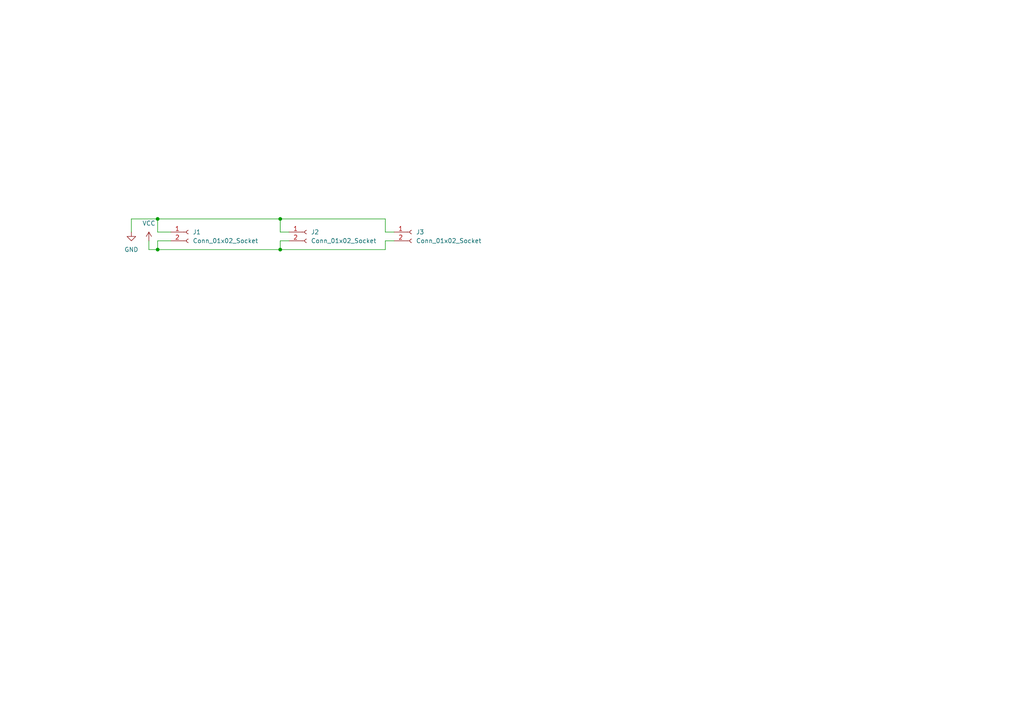
<source format=kicad_sch>
(kicad_sch (version 20231120) (generator "eeschema") (generator_version "8.0")
  (paper "A4")
  (lib_symbols
    (symbol "Connector:Conn_01x02_Socket" (pin_names (offset 1.016) hide)
      (property "Reference" "J" (at 0 2.54 0))
      (property "Value" "Conn_01x02_Socket" (at 0 -5.08 0))
      (symbol "Conn_01x02_Socket_1_1"
        (arc (start 0 -2.032) (mid -0.5058 -2.54) (end 0 -3.048) (stroke (width 0.1524)))
        (polyline (pts (xy -1.27 -2.54) (xy -0.508 -2.54)) (stroke (width 0.1524)))
        (polyline (pts (xy -1.27 0) (xy -0.508 0)) (stroke (width 0.1524)))
        (arc (start 0 0.508) (mid -0.5058 0) (end 0 -0.508) (stroke (width 0.1524)))
        (pin passive line (at -5.08 0 0) (length 3.81) (name "Pin_1") (number "1"))
        (pin passive line (at -5.08 -2.54 0) (length 3.81) (name "Pin_2") (number "2"))
      )
    )
    (symbol "power:GND" (power) (pin_numbers hide) (pin_names (offset 0) hide)
      (property "Value" "GND" (at 0 -3.81 0))
      (symbol "GND_0_1"
        (polyline (pts (xy 0 0) (xy 0 -1.27) (xy 1.27 -1.27) (xy 0 -2.54) (xy -1.27 -1.27) (xy 0 -1.27)))
      )
      (symbol "GND_1_1"
        (pin power_in line (at 0 0 270) (length 0) (name "~") (number "1"))
      )
    )
    (symbol "power:VCC" (power) (pin_numbers hide) (pin_names (offset 0) hide)
      (property "Value" "VCC" (at 0 3.556 0))
      (symbol "VCC_0_1"
        (polyline (pts (xy -0.762 1.27) (xy 0 2.54)))
        (polyline (pts (xy 0 0) (xy 0 2.54)))
        (polyline (pts (xy 0 2.54) (xy 0.762 1.27)))
      )
      (symbol "VCC_1_1"
        (pin power_in line (at 0 0 90) (length 0) (name "~") (number "1"))
      )
    )
  )
  (junction (at 81.28 72.39))
  (junction (at 45.72 63.5))
  (junction (at 81.28 63.5))
  (junction (at 45.72 72.39))
  (wire (pts (xy 38.1 63.5) (xy 38.1 67.31)))
  (wire (pts (xy 111.76 67.31) (xy 111.76 63.5)))
  (wire (pts (xy 81.28 69.85) (xy 83.82 69.85)))
  (wire (pts (xy 111.76 63.5) (xy 81.28 63.5)))
  (wire (pts (xy 45.72 67.31) (xy 49.53 67.31)))
  (wire (pts (xy 43.18 69.85) (xy 43.18 72.39)))
  (wire (pts (xy 49.53 69.85) (xy 45.72 69.85)))
  (wire (pts (xy 81.28 63.5) (xy 81.28 67.31)))
  (wire (pts (xy 114.3 67.31) (xy 111.76 67.31)))
  (wire (pts (xy 45.72 63.5) (xy 45.72 67.31)))
  (wire (pts (xy 81.28 72.39) (xy 111.76 72.39)))
  (wire (pts (xy 81.28 67.31) (xy 83.82 67.31)))
  (wire (pts (xy 45.72 69.85) (xy 45.72 72.39)))
  (wire (pts (xy 111.76 69.85) (xy 114.3 69.85)))
  (wire (pts (xy 111.76 72.39) (xy 111.76 69.85)))
  (wire (pts (xy 81.28 72.39) (xy 81.28 69.85)))
  (wire (pts (xy 43.18 72.39) (xy 45.72 72.39)))
  (wire (pts (xy 81.28 63.5) (xy 45.72 63.5)))
  (wire (pts (xy 45.72 63.5) (xy 38.1 63.5)))
  (wire (pts (xy 45.72 72.39) (xy 81.28 72.39)))
  (symbol (lib_id "Connector:Conn_01x02_Socket") (at 119.38 67.31 0) (unit 1)
    (property "Reference" "J3" (at 120.65 67.3099 0) (effects (justify left)))
    (property "Value" "Conn_01x02_Socket" (at 120.65 69.8499 0) (effects (justify left)))
    (property "Footprint" "Connector_AMASS:AMASS_XT60-F_1x02_P7.20mm_Vertical" (effects (hide yes)))
    (property "Description" "Generic connector, single row, 01x02, script generated" (effects (hide yes)))
  )
  (symbol (lib_id "power:VCC") (at 43.18 69.85 0) (mirror y) (unit 1)
    (property "Reference" "#PWR02" (effects (hide yes)))
    (property "Value" "VCC" (at 43.18 64.77 0))
    (property "Description" "Power symbol creates a global label with name \"VCC\"" (effects (hide yes)))
  )
  (symbol (lib_id "Connector:Conn_01x02_Socket") (at 88.9 67.31 0) (unit 1)
    (property "Reference" "J2" (at 90.17 67.3099 0) (effects (justify left)))
    (property "Value" "Conn_01x02_Socket" (at 90.17 69.8499 0) (effects (justify left)))
    (property "Footprint" "Connector_AMASS:AMASS_XT60-F_1x02_P7.20mm_Vertical" (effects (hide yes)))
    (property "Description" "Generic connector, single row, 01x02, script generated" (effects (hide yes)))
  )
  (symbol (lib_id "Connector:Conn_01x02_Socket") (at 54.61 67.31 0) (unit 1)
    (property "Reference" "J1" (at 55.88 67.3099 0) (effects (justify left)))
    (property "Value" "Conn_01x02_Socket" (at 55.88 69.8499 0) (effects (justify left)))
    (property "Footprint" "Connector_AMASS:AMASS_XT60-F_1x02_P7.20mm_Vertical" (effects (hide yes)))
    (property "Description" "Generic connector, single row, 01x02, script generated" (effects (hide yes)))
  )
  (symbol (lib_id "power:GND") (at 38.1 67.31 0) (unit 1)
    (property "Reference" "#PWR01" (effects (hide yes)))
    (property "Value" "GND" (at 38.1 72.39 0))
    (property "Description" "Power symbol creates a global label with name \"GND\" , ground" (effects (hide yes)))
  )
)
</source>
